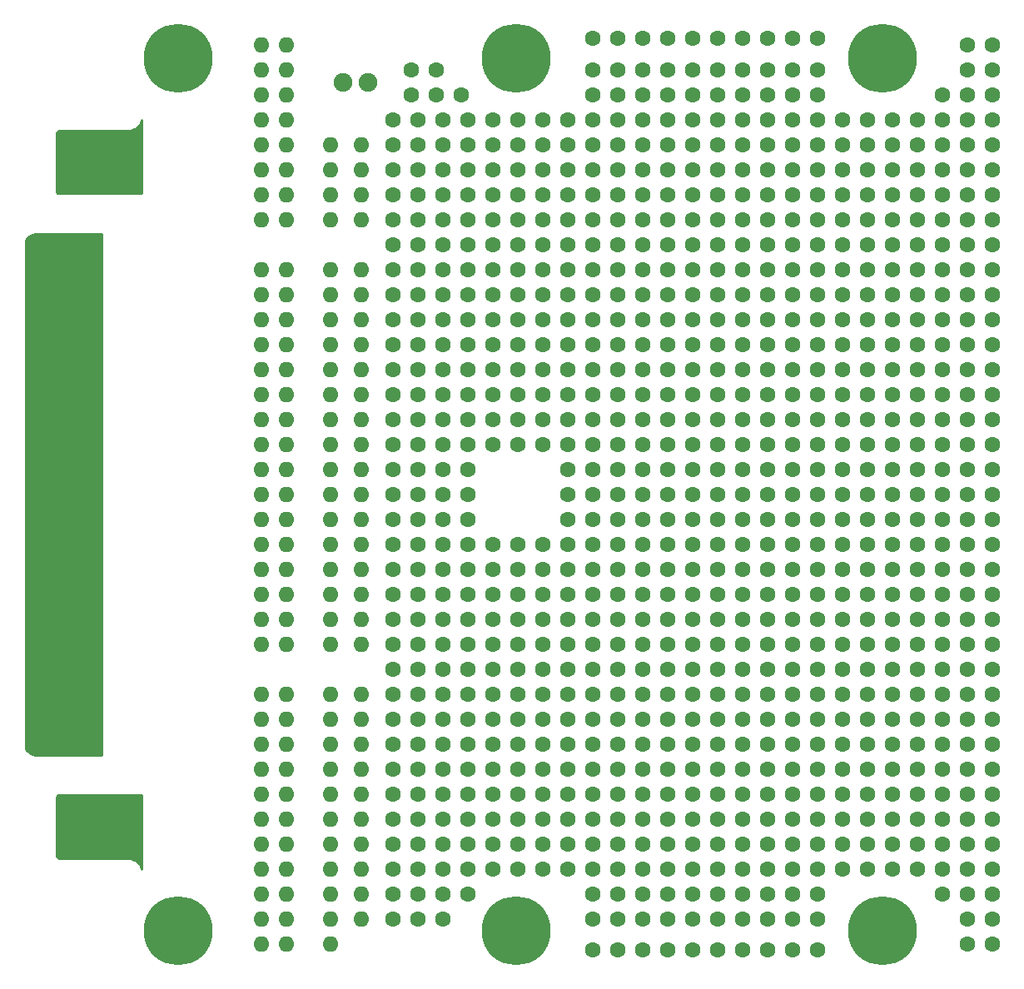
<source format=gts>
%TF.GenerationSoftware,KiCad,Pcbnew,(5.1.9)-1*%
%TF.CreationDate,2021-02-21T18:50:27+08:00*%
%TF.ProjectId,CoCoProtoBoard,436f436f-5072-46f7-946f-426f6172642e,rev?*%
%TF.SameCoordinates,Original*%
%TF.FileFunction,Soldermask,Top*%
%TF.FilePolarity,Negative*%
%FSLAX46Y46*%
G04 Gerber Fmt 4.6, Leading zero omitted, Abs format (unit mm)*
G04 Created by KiCad (PCBNEW (5.1.9)-1) date 2021-02-21 18:50:27*
%MOMM*%
%LPD*%
G01*
G04 APERTURE LIST*
%ADD10C,1.600000*%
%ADD11O,1.600000X1.600000*%
%ADD12C,1.900000*%
%ADD13R,6.350000X1.270000*%
%ADD14C,7.000000*%
%ADD15C,0.254000*%
%ADD16C,0.100000*%
G04 APERTURE END LIST*
D10*
%TO.C,REF\u002A\u002A*%
X149225000Y-150495000D03*
%TD*%
%TO.C,REF\u002A\u002A*%
X151765000Y-150495000D03*
%TD*%
%TO.C,REF\u002A\u002A*%
X154305000Y-150495000D03*
%TD*%
%TO.C,REF\u002A\u002A*%
X156845000Y-150495000D03*
%TD*%
%TO.C,REF\u002A\u002A*%
X161925000Y-150495000D03*
%TD*%
%TO.C,REF\u002A\u002A*%
X159385000Y-150495000D03*
%TD*%
%TO.C,REF\u002A\u002A*%
X164465000Y-150495000D03*
%TD*%
%TO.C,REF\u002A\u002A*%
X167005000Y-150495000D03*
%TD*%
D11*
%TO.C,P10*%
X125730000Y-134620000D03*
X122555000Y-134620000D03*
X122555000Y-137160000D03*
X125730000Y-137160000D03*
X125730000Y-142240000D03*
X122555000Y-142240000D03*
X122555000Y-139700000D03*
X125730000Y-139700000D03*
X125730000Y-129540000D03*
X122555000Y-129540000D03*
X122555000Y-132080000D03*
X125730000Y-132080000D03*
X125730000Y-127000000D03*
X122555000Y-127000000D03*
X122555000Y-124460000D03*
X125730000Y-124460000D03*
X125730000Y-144780000D03*
X122555000Y-144780000D03*
X122555000Y-147320000D03*
X125730000Y-147320000D03*
X122555000Y-149860000D03*
X125730000Y-111760000D03*
X122555000Y-111760000D03*
X122555000Y-114300000D03*
X125730000Y-114300000D03*
X125730000Y-119380000D03*
X122555000Y-119380000D03*
X122555000Y-116840000D03*
X125730000Y-116840000D03*
X125730000Y-106680000D03*
X122555000Y-106680000D03*
X122555000Y-109220000D03*
X125730000Y-109220000D03*
X125730000Y-104140000D03*
X122555000Y-104140000D03*
X122555000Y-101600000D03*
X125730000Y-101600000D03*
X125730000Y-81280000D03*
X122555000Y-81280000D03*
X122555000Y-83820000D03*
X125730000Y-83820000D03*
X125730000Y-88900000D03*
X122555000Y-88900000D03*
X122555000Y-86360000D03*
X125730000Y-86360000D03*
X125730000Y-96520000D03*
X122555000Y-96520000D03*
X122555000Y-99060000D03*
X125730000Y-99060000D03*
X125730000Y-93980000D03*
X122555000Y-93980000D03*
X122555000Y-91440000D03*
X125730000Y-91440000D03*
X122555000Y-76200000D03*
X122555000Y-68580000D03*
X122555000Y-73660000D03*
X125730000Y-68580000D03*
X122555000Y-71120000D03*
X125730000Y-76200000D03*
X125730000Y-73660000D03*
X125730000Y-71120000D03*
%TD*%
D10*
%TO.C,REF\u002A\u002A*%
X128905000Y-78740000D03*
%TD*%
D12*
%TO.C,C1*%
X123865000Y-62230000D03*
X126365000Y-62230000D03*
%TD*%
D10*
%TO.C,REF\u002A\u002A*%
X128905000Y-119380000D03*
%TD*%
%TO.C,REF\u002A\u002A*%
X128905000Y-116840000D03*
%TD*%
%TO.C,REF\u002A\u002A*%
X128905000Y-114300000D03*
%TD*%
%TO.C,REF\u002A\u002A*%
X128905000Y-121920000D03*
%TD*%
%TO.C,REF\u002A\u002A*%
X128905000Y-76200000D03*
%TD*%
%TO.C,REF\u002A\u002A*%
X128905000Y-91440000D03*
%TD*%
%TO.C,REF\u002A\u002A*%
X128905000Y-73660000D03*
%TD*%
%TO.C,REF\u002A\u002A*%
X128905000Y-83820000D03*
%TD*%
%TO.C,REF\u002A\u002A*%
X128905000Y-71120000D03*
%TD*%
%TO.C,REF\u002A\u002A*%
X128905000Y-96520000D03*
%TD*%
%TO.C,REF\u002A\u002A*%
X128905000Y-99060000D03*
%TD*%
%TO.C,REF\u002A\u002A*%
X128905000Y-93980000D03*
%TD*%
%TO.C,REF\u002A\u002A*%
X128905000Y-132080000D03*
%TD*%
%TO.C,REF\u002A\u002A*%
X128905000Y-129540000D03*
%TD*%
%TO.C,REF\u002A\u002A*%
X128905000Y-127000000D03*
%TD*%
%TO.C,REF\u002A\u002A*%
X128905000Y-124460000D03*
%TD*%
%TO.C,REF\u002A\u002A*%
X128905000Y-88900000D03*
%TD*%
%TO.C,REF\u002A\u002A*%
X128905000Y-86360000D03*
%TD*%
%TO.C,REF\u002A\u002A*%
X128905000Y-66040000D03*
%TD*%
%TO.C,REF\u002A\u002A*%
X128905000Y-134620000D03*
%TD*%
%TO.C,REF\u002A\u002A*%
X128905000Y-142240000D03*
%TD*%
%TO.C,REF\u002A\u002A*%
X128905000Y-147320000D03*
%TD*%
%TO.C,REF\u002A\u002A*%
X128905000Y-139700000D03*
%TD*%
%TO.C,REF\u002A\u002A*%
X128905000Y-137160000D03*
%TD*%
%TO.C,REF\u002A\u002A*%
X128905000Y-144780000D03*
%TD*%
%TO.C,REF\u002A\u002A*%
X128905000Y-68580000D03*
%TD*%
%TO.C,REF\u002A\u002A*%
X128905000Y-111760000D03*
%TD*%
%TO.C,REF\u002A\u002A*%
X128905000Y-109220000D03*
%TD*%
%TO.C,REF\u002A\u002A*%
X128905000Y-106680000D03*
%TD*%
%TO.C,REF\u002A\u002A*%
X128905000Y-101600000D03*
%TD*%
%TO.C,REF\u002A\u002A*%
X128905000Y-104140000D03*
%TD*%
%TO.C,REF\u002A\u002A*%
X128905000Y-81280000D03*
%TD*%
D13*
%TO.C,P1*%
X95250000Y-80010000D03*
X95250000Y-82550000D03*
X95250000Y-85090000D03*
X95250000Y-87630000D03*
X95250000Y-90170000D03*
X95250000Y-92710000D03*
X95250000Y-95250000D03*
X95250000Y-97790000D03*
X95250000Y-100330000D03*
X95250000Y-102870000D03*
X95250000Y-105410000D03*
X95250000Y-107950000D03*
X95250000Y-110490000D03*
X95250000Y-113030000D03*
X95250000Y-115570000D03*
X95250000Y-118110000D03*
X95250000Y-120650000D03*
X95250000Y-123190000D03*
X95250000Y-125730000D03*
X95250000Y-128270000D03*
%TD*%
D10*
%TO.C,REF\u002A\u002A*%
X169545000Y-150495000D03*
%TD*%
%TO.C,REF\u002A\u002A*%
X172085000Y-150495000D03*
%TD*%
%TO.C,REF\u002A\u002A*%
X187325000Y-149860000D03*
%TD*%
%TO.C,REF\u002A\u002A*%
X189865000Y-149860000D03*
%TD*%
%TO.C,REF\u002A\u002A*%
X187325000Y-58420000D03*
%TD*%
%TO.C,REF\u002A\u002A*%
X189865000Y-58420000D03*
%TD*%
%TO.C,REF\u002A\u002A*%
X167005000Y-57785000D03*
%TD*%
%TO.C,REF\u002A\u002A*%
X169545000Y-57785000D03*
%TD*%
%TO.C,REF\u002A\u002A*%
X172085000Y-57785000D03*
%TD*%
%TO.C,REF\u002A\u002A*%
X159385000Y-57785000D03*
%TD*%
%TO.C,REF\u002A\u002A*%
X164465000Y-57785000D03*
%TD*%
%TO.C,REF\u002A\u002A*%
X161925000Y-57785000D03*
%TD*%
%TO.C,REF\u002A\u002A*%
X156845000Y-57785000D03*
%TD*%
%TO.C,REF\u002A\u002A*%
X156845000Y-57785000D03*
%TD*%
%TO.C,REF\u002A\u002A*%
X154305000Y-57785000D03*
%TD*%
%TO.C,REF\u002A\u002A*%
X151765000Y-57785000D03*
%TD*%
%TO.C,REF\u002A\u002A*%
X149225000Y-57785000D03*
%TD*%
%TO.C,REF\u002A\u002A*%
X187325000Y-60960000D03*
%TD*%
%TO.C,REF\u002A\u002A*%
X189865000Y-63500000D03*
%TD*%
%TO.C,REF\u002A\u002A*%
X189865000Y-66040000D03*
%TD*%
%TO.C,REF\u002A\u002A*%
X189865000Y-60960000D03*
%TD*%
%TO.C,REF\u002A\u002A*%
X184785000Y-63500000D03*
%TD*%
%TO.C,REF\u002A\u002A*%
X187325000Y-63500000D03*
%TD*%
%TO.C,REF\u002A\u002A*%
X164465000Y-60960000D03*
%TD*%
%TO.C,REF\u002A\u002A*%
X161925000Y-63500000D03*
%TD*%
%TO.C,REF\u002A\u002A*%
X169545000Y-60960000D03*
%TD*%
%TO.C,REF\u002A\u002A*%
X167005000Y-60960000D03*
%TD*%
%TO.C,REF\u002A\u002A*%
X172085000Y-60960000D03*
%TD*%
%TO.C,REF\u002A\u002A*%
X169545000Y-63500000D03*
%TD*%
%TO.C,REF\u002A\u002A*%
X161925000Y-60960000D03*
%TD*%
%TO.C,REF\u002A\u002A*%
X164465000Y-63500000D03*
%TD*%
%TO.C,REF\u002A\u002A*%
X172085000Y-63500000D03*
%TD*%
%TO.C,REF\u002A\u002A*%
X167005000Y-63500000D03*
%TD*%
%TO.C,REF\u002A\u002A*%
X159385000Y-60960000D03*
%TD*%
%TO.C,REF\u002A\u002A*%
X154305000Y-60960000D03*
%TD*%
%TO.C,REF\u002A\u002A*%
X156845000Y-60960000D03*
%TD*%
%TO.C,REF\u002A\u002A*%
X159385000Y-63500000D03*
%TD*%
%TO.C,REF\u002A\u002A*%
X156845000Y-63500000D03*
%TD*%
%TO.C,REF\u002A\u002A*%
X154305000Y-63500000D03*
%TD*%
%TO.C,REF\u002A\u002A*%
X151765000Y-63500000D03*
%TD*%
%TO.C,REF\u002A\u002A*%
X151765000Y-60960000D03*
%TD*%
%TO.C,REF\u002A\u002A*%
X149225000Y-63500000D03*
%TD*%
%TO.C,REF\u002A\u002A*%
X149225000Y-60960000D03*
%TD*%
%TO.C,REF\u002A\u002A*%
X133350000Y-60960000D03*
%TD*%
%TO.C,REF\u002A\u002A*%
X130810000Y-60960000D03*
%TD*%
%TO.C,REF\u002A\u002A*%
X130810000Y-63500000D03*
%TD*%
%TO.C,REF\u002A\u002A*%
X135890000Y-63500000D03*
%TD*%
%TO.C,REF\u002A\u002A*%
X133350000Y-63500000D03*
%TD*%
%TO.C,REF\u002A\u002A*%
X184785000Y-66040000D03*
%TD*%
%TO.C,REF\u002A\u002A*%
X167005000Y-66040000D03*
%TD*%
%TO.C,REF\u002A\u002A*%
X172085000Y-66040000D03*
%TD*%
%TO.C,REF\u002A\u002A*%
X187325000Y-66040000D03*
%TD*%
%TO.C,REF\u002A\u002A*%
X139065000Y-66040000D03*
%TD*%
%TO.C,REF\u002A\u002A*%
X161925000Y-66040000D03*
%TD*%
%TO.C,REF\u002A\u002A*%
X169545000Y-66040000D03*
%TD*%
%TO.C,REF\u002A\u002A*%
X177165000Y-66040000D03*
%TD*%
%TO.C,REF\u002A\u002A*%
X136525000Y-66040000D03*
%TD*%
%TO.C,REF\u002A\u002A*%
X156845000Y-66040000D03*
%TD*%
%TO.C,REF\u002A\u002A*%
X131445000Y-66040000D03*
%TD*%
%TO.C,REF\u002A\u002A*%
X179705000Y-66040000D03*
%TD*%
%TO.C,REF\u002A\u002A*%
X182245000Y-66040000D03*
%TD*%
%TO.C,REF\u002A\u002A*%
X174625000Y-66040000D03*
%TD*%
%TO.C,REF\u002A\u002A*%
X133985000Y-66040000D03*
%TD*%
%TO.C,REF\u002A\u002A*%
X144145000Y-66040000D03*
%TD*%
%TO.C,REF\u002A\u002A*%
X141605000Y-66040000D03*
%TD*%
%TO.C,REF\u002A\u002A*%
X151765000Y-66040000D03*
%TD*%
%TO.C,REF\u002A\u002A*%
X146685000Y-66040000D03*
%TD*%
%TO.C,REF\u002A\u002A*%
X149225000Y-66040000D03*
%TD*%
%TO.C,REF\u002A\u002A*%
X164465000Y-66040000D03*
%TD*%
%TO.C,REF\u002A\u002A*%
X154305000Y-66040000D03*
%TD*%
%TO.C,REF\u002A\u002A*%
X159385000Y-66040000D03*
%TD*%
%TO.C,REF\u002A\u002A*%
X179705000Y-86360000D03*
%TD*%
%TO.C,REF\u002A\u002A*%
X144145000Y-86360000D03*
%TD*%
%TO.C,REF\u002A\u002A*%
X131445000Y-86360000D03*
%TD*%
%TO.C,REF\u002A\u002A*%
X182245000Y-86360000D03*
%TD*%
%TO.C,REF\u002A\u002A*%
X156845000Y-86360000D03*
%TD*%
%TO.C,REF\u002A\u002A*%
X141605000Y-86360000D03*
%TD*%
%TO.C,REF\u002A\u002A*%
X177165000Y-86360000D03*
%TD*%
%TO.C,REF\u002A\u002A*%
X174625000Y-86360000D03*
%TD*%
%TO.C,REF\u002A\u002A*%
X189865000Y-86360000D03*
%TD*%
%TO.C,REF\u002A\u002A*%
X159385000Y-86360000D03*
%TD*%
%TO.C,REF\u002A\u002A*%
X164465000Y-86360000D03*
%TD*%
%TO.C,REF\u002A\u002A*%
X161925000Y-86360000D03*
%TD*%
%TO.C,REF\u002A\u002A*%
X146685000Y-86360000D03*
%TD*%
%TO.C,REF\u002A\u002A*%
X133985000Y-86360000D03*
%TD*%
%TO.C,REF\u002A\u002A*%
X167005000Y-86360000D03*
%TD*%
%TO.C,REF\u002A\u002A*%
X184785000Y-86360000D03*
%TD*%
%TO.C,REF\u002A\u002A*%
X177165000Y-88900000D03*
%TD*%
%TO.C,REF\u002A\u002A*%
X164465000Y-88900000D03*
%TD*%
%TO.C,REF\u002A\u002A*%
X172085000Y-88900000D03*
%TD*%
%TO.C,REF\u002A\u002A*%
X144145000Y-88900000D03*
%TD*%
%TO.C,REF\u002A\u002A*%
X161925000Y-88900000D03*
%TD*%
%TO.C,REF\u002A\u002A*%
X174625000Y-88900000D03*
%TD*%
%TO.C,REF\u002A\u002A*%
X133985000Y-96520000D03*
%TD*%
%TO.C,REF\u002A\u002A*%
X172085000Y-86360000D03*
%TD*%
%TO.C,REF\u002A\u002A*%
X154305000Y-86360000D03*
%TD*%
%TO.C,REF\u002A\u002A*%
X182245000Y-88900000D03*
%TD*%
%TO.C,REF\u002A\u002A*%
X149225000Y-86360000D03*
%TD*%
%TO.C,REF\u002A\u002A*%
X156845000Y-88900000D03*
%TD*%
%TO.C,REF\u002A\u002A*%
X169545000Y-86360000D03*
%TD*%
%TO.C,REF\u002A\u002A*%
X136525000Y-86360000D03*
%TD*%
%TO.C,REF\u002A\u002A*%
X139065000Y-86360000D03*
%TD*%
%TO.C,REF\u002A\u002A*%
X141605000Y-88900000D03*
%TD*%
%TO.C,REF\u002A\u002A*%
X189865000Y-88900000D03*
%TD*%
%TO.C,REF\u002A\u002A*%
X146685000Y-88900000D03*
%TD*%
%TO.C,REF\u002A\u002A*%
X159385000Y-88900000D03*
%TD*%
%TO.C,REF\u002A\u002A*%
X133985000Y-88900000D03*
%TD*%
%TO.C,REF\u002A\u002A*%
X179705000Y-88900000D03*
%TD*%
%TO.C,REF\u002A\u002A*%
X167005000Y-88900000D03*
%TD*%
%TO.C,REF\u002A\u002A*%
X154305000Y-88900000D03*
%TD*%
%TO.C,REF\u002A\u002A*%
X131445000Y-88900000D03*
%TD*%
%TO.C,REF\u002A\u002A*%
X133985000Y-93980000D03*
%TD*%
%TO.C,REF\u002A\u002A*%
X187325000Y-88900000D03*
%TD*%
%TO.C,REF\u002A\u002A*%
X184785000Y-88900000D03*
%TD*%
%TO.C,REF\u002A\u002A*%
X169545000Y-88900000D03*
%TD*%
%TO.C,REF\u002A\u002A*%
X149225000Y-88900000D03*
%TD*%
%TO.C,REF\u002A\u002A*%
X136525000Y-88900000D03*
%TD*%
%TO.C,REF\u002A\u002A*%
X133985000Y-99060000D03*
%TD*%
%TO.C,REF\u002A\u002A*%
X151765000Y-88900000D03*
%TD*%
%TO.C,REF\u002A\u002A*%
X187325000Y-86360000D03*
%TD*%
%TO.C,REF\u002A\u002A*%
X151765000Y-86360000D03*
%TD*%
%TO.C,REF\u002A\u002A*%
X139065000Y-88900000D03*
%TD*%
%TO.C,REF\u002A\u002A*%
X172085000Y-68580000D03*
%TD*%
%TO.C,REF\u002A\u002A*%
X184785000Y-68580000D03*
%TD*%
%TO.C,REF\u002A\u002A*%
X167005000Y-68580000D03*
%TD*%
%TO.C,REF\u002A\u002A*%
X187325000Y-68580000D03*
%TD*%
%TO.C,REF\u002A\u002A*%
X139065000Y-68580000D03*
%TD*%
%TO.C,REF\u002A\u002A*%
X161925000Y-68580000D03*
%TD*%
%TO.C,REF\u002A\u002A*%
X169545000Y-68580000D03*
%TD*%
%TO.C,REF\u002A\u002A*%
X189865000Y-68580000D03*
%TD*%
%TO.C,REF\u002A\u002A*%
X177165000Y-68580000D03*
%TD*%
%TO.C,REF\u002A\u002A*%
X136525000Y-68580000D03*
%TD*%
%TO.C,REF\u002A\u002A*%
X156845000Y-68580000D03*
%TD*%
%TO.C,REF\u002A\u002A*%
X184785000Y-96520000D03*
%TD*%
%TO.C,REF\u002A\u002A*%
X131445000Y-68580000D03*
%TD*%
%TO.C,REF\u002A\u002A*%
X179705000Y-93980000D03*
%TD*%
%TO.C,REF\u002A\u002A*%
X174625000Y-93980000D03*
%TD*%
%TO.C,REF\u002A\u002A*%
X182245000Y-96520000D03*
%TD*%
%TO.C,REF\u002A\u002A*%
X164465000Y-68580000D03*
%TD*%
%TO.C,REF\u002A\u002A*%
X179705000Y-68580000D03*
%TD*%
%TO.C,REF\u002A\u002A*%
X154305000Y-68580000D03*
%TD*%
%TO.C,REF\u002A\u002A*%
X184785000Y-99060000D03*
%TD*%
%TO.C,REF\u002A\u002A*%
X182245000Y-68580000D03*
%TD*%
%TO.C,REF\u002A\u002A*%
X177165000Y-99060000D03*
%TD*%
%TO.C,REF\u002A\u002A*%
X179705000Y-96520000D03*
%TD*%
%TO.C,REF\u002A\u002A*%
X174625000Y-68580000D03*
%TD*%
%TO.C,REF\u002A\u002A*%
X159385000Y-68580000D03*
%TD*%
%TO.C,REF\u002A\u002A*%
X133985000Y-68580000D03*
%TD*%
%TO.C,REF\u002A\u002A*%
X179705000Y-99060000D03*
%TD*%
%TO.C,REF\u002A\u002A*%
X177165000Y-93980000D03*
%TD*%
%TO.C,REF\u002A\u002A*%
X144145000Y-68580000D03*
%TD*%
%TO.C,REF\u002A\u002A*%
X141605000Y-68580000D03*
%TD*%
%TO.C,REF\u002A\u002A*%
X174625000Y-99060000D03*
%TD*%
%TO.C,REF\u002A\u002A*%
X146685000Y-68580000D03*
%TD*%
%TO.C,REF\u002A\u002A*%
X151765000Y-68580000D03*
%TD*%
%TO.C,REF\u002A\u002A*%
X149225000Y-68580000D03*
%TD*%
%TO.C,REF\u002A\u002A*%
X182245000Y-93980000D03*
%TD*%
%TO.C,REF\u002A\u002A*%
X167005000Y-93980000D03*
%TD*%
%TO.C,REF\u002A\u002A*%
X164465000Y-99060000D03*
%TD*%
%TO.C,REF\u002A\u002A*%
X177165000Y-96520000D03*
%TD*%
%TO.C,REF\u002A\u002A*%
X164465000Y-93980000D03*
%TD*%
%TO.C,REF\u002A\u002A*%
X182245000Y-99060000D03*
%TD*%
%TO.C,REF\u002A\u002A*%
X169545000Y-99060000D03*
%TD*%
%TO.C,REF\u002A\u002A*%
X167005000Y-99060000D03*
%TD*%
%TO.C,REF\u002A\u002A*%
X184785000Y-93980000D03*
%TD*%
%TO.C,REF\u002A\u002A*%
X172085000Y-99060000D03*
%TD*%
%TO.C,REF\u002A\u002A*%
X172085000Y-96520000D03*
%TD*%
%TO.C,REF\u002A\u002A*%
X167005000Y-96520000D03*
%TD*%
%TO.C,REF\u002A\u002A*%
X164465000Y-96520000D03*
%TD*%
%TO.C,REF\u002A\u002A*%
X161925000Y-93980000D03*
%TD*%
%TO.C,REF\u002A\u002A*%
X169545000Y-96520000D03*
%TD*%
%TO.C,REF\u002A\u002A*%
X161925000Y-99060000D03*
%TD*%
%TO.C,REF\u002A\u002A*%
X169545000Y-93980000D03*
%TD*%
%TO.C,REF\u002A\u002A*%
X161925000Y-96520000D03*
%TD*%
%TO.C,REF\u002A\u002A*%
X174625000Y-96520000D03*
%TD*%
%TO.C,REF\u002A\u002A*%
X172085000Y-93980000D03*
%TD*%
%TO.C,REF\u002A\u002A*%
X151765000Y-93980000D03*
%TD*%
%TO.C,REF\u002A\u002A*%
X159385000Y-99060000D03*
%TD*%
%TO.C,REF\u002A\u002A*%
X159385000Y-93980000D03*
%TD*%
%TO.C,REF\u002A\u002A*%
X159385000Y-96520000D03*
%TD*%
%TO.C,REF\u002A\u002A*%
X154305000Y-99060000D03*
%TD*%
%TO.C,REF\u002A\u002A*%
X151765000Y-96520000D03*
%TD*%
%TO.C,REF\u002A\u002A*%
X156845000Y-99060000D03*
%TD*%
%TO.C,REF\u002A\u002A*%
X156845000Y-93980000D03*
%TD*%
%TO.C,REF\u002A\u002A*%
X156845000Y-96520000D03*
%TD*%
%TO.C,REF\u002A\u002A*%
X154305000Y-96520000D03*
%TD*%
%TO.C,REF\u002A\u002A*%
X154305000Y-93980000D03*
%TD*%
%TO.C,REF\u002A\u002A*%
X151765000Y-99060000D03*
%TD*%
%TO.C,REF\u002A\u002A*%
X149225000Y-96520000D03*
%TD*%
%TO.C,REF\u002A\u002A*%
X144145000Y-99060000D03*
%TD*%
%TO.C,REF\u002A\u002A*%
X139065000Y-96520000D03*
%TD*%
%TO.C,REF\u002A\u002A*%
X141605000Y-96520000D03*
%TD*%
%TO.C,REF\u002A\u002A*%
X139065000Y-93980000D03*
%TD*%
%TO.C,REF\u002A\u002A*%
X136525000Y-93980000D03*
%TD*%
%TO.C,REF\u002A\u002A*%
X146685000Y-99060000D03*
%TD*%
%TO.C,REF\u002A\u002A*%
X144145000Y-96520000D03*
%TD*%
%TO.C,REF\u002A\u002A*%
X149225000Y-99060000D03*
%TD*%
%TO.C,REF\u002A\u002A*%
X149225000Y-93980000D03*
%TD*%
%TO.C,REF\u002A\u002A*%
X141605000Y-99060000D03*
%TD*%
%TO.C,REF\u002A\u002A*%
X141605000Y-93980000D03*
%TD*%
%TO.C,REF\u002A\u002A*%
X136525000Y-96520000D03*
%TD*%
%TO.C,REF\u002A\u002A*%
X146685000Y-96520000D03*
%TD*%
%TO.C,REF\u002A\u002A*%
X144145000Y-93980000D03*
%TD*%
%TO.C,REF\u002A\u002A*%
X146685000Y-93980000D03*
%TD*%
%TO.C,REF\u002A\u002A*%
X136525000Y-99060000D03*
%TD*%
%TO.C,REF\u002A\u002A*%
X139065000Y-99060000D03*
%TD*%
%TO.C,REF\u002A\u002A*%
X169545000Y-76200000D03*
%TD*%
%TO.C,REF\u002A\u002A*%
X151765000Y-76200000D03*
%TD*%
%TO.C,REF\u002A\u002A*%
X136525000Y-76200000D03*
%TD*%
%TO.C,REF\u002A\u002A*%
X139065000Y-76200000D03*
%TD*%
%TO.C,REF\u002A\u002A*%
X159385000Y-76200000D03*
%TD*%
%TO.C,REF\u002A\u002A*%
X177165000Y-76200000D03*
%TD*%
%TO.C,REF\u002A\u002A*%
X161925000Y-76200000D03*
%TD*%
%TO.C,REF\u002A\u002A*%
X144145000Y-76200000D03*
%TD*%
%TO.C,REF\u002A\u002A*%
X182245000Y-76200000D03*
%TD*%
%TO.C,REF\u002A\u002A*%
X189865000Y-76200000D03*
%TD*%
%TO.C,REF\u002A\u002A*%
X184785000Y-76200000D03*
%TD*%
%TO.C,REF\u002A\u002A*%
X172085000Y-73660000D03*
%TD*%
%TO.C,REF\u002A\u002A*%
X187325000Y-76200000D03*
%TD*%
%TO.C,REF\u002A\u002A*%
X164465000Y-76200000D03*
%TD*%
%TO.C,REF\u002A\u002A*%
X179705000Y-76200000D03*
%TD*%
%TO.C,REF\u002A\u002A*%
X149225000Y-76200000D03*
%TD*%
%TO.C,REF\u002A\u002A*%
X141605000Y-76200000D03*
%TD*%
%TO.C,REF\u002A\u002A*%
X146685000Y-76200000D03*
%TD*%
%TO.C,REF\u002A\u002A*%
X167005000Y-76200000D03*
%TD*%
%TO.C,REF\u002A\u002A*%
X131445000Y-76200000D03*
%TD*%
%TO.C,REF\u002A\u002A*%
X174625000Y-76200000D03*
%TD*%
%TO.C,REF\u002A\u002A*%
X154305000Y-76200000D03*
%TD*%
%TO.C,REF\u002A\u002A*%
X179705000Y-78740000D03*
%TD*%
%TO.C,REF\u002A\u002A*%
X149225000Y-78740000D03*
%TD*%
%TO.C,REF\u002A\u002A*%
X141605000Y-78740000D03*
%TD*%
%TO.C,REF\u002A\u002A*%
X146685000Y-78740000D03*
%TD*%
%TO.C,REF\u002A\u002A*%
X131445000Y-78740000D03*
%TD*%
%TO.C,REF\u002A\u002A*%
X164465000Y-78740000D03*
%TD*%
%TO.C,REF\u002A\u002A*%
X187325000Y-78740000D03*
%TD*%
%TO.C,REF\u002A\u002A*%
X177165000Y-78740000D03*
%TD*%
%TO.C,REF\u002A\u002A*%
X169545000Y-78740000D03*
%TD*%
%TO.C,REF\u002A\u002A*%
X144145000Y-78740000D03*
%TD*%
%TO.C,REF\u002A\u002A*%
X182245000Y-78740000D03*
%TD*%
%TO.C,REF\u002A\u002A*%
X174625000Y-78740000D03*
%TD*%
%TO.C,REF\u002A\u002A*%
X184785000Y-78740000D03*
%TD*%
%TO.C,REF\u002A\u002A*%
X156845000Y-76200000D03*
%TD*%
%TO.C,REF\u002A\u002A*%
X133985000Y-76200000D03*
%TD*%
%TO.C,REF\u002A\u002A*%
X172085000Y-76200000D03*
%TD*%
%TO.C,REF\u002A\u002A*%
X167005000Y-78740000D03*
%TD*%
%TO.C,REF\u002A\u002A*%
X189865000Y-78740000D03*
%TD*%
%TO.C,REF\u002A\u002A*%
X159385000Y-78740000D03*
%TD*%
%TO.C,REF\u002A\u002A*%
X136525000Y-78740000D03*
%TD*%
%TO.C,REF\u002A\u002A*%
X151765000Y-78740000D03*
%TD*%
%TO.C,REF\u002A\u002A*%
X139065000Y-78740000D03*
%TD*%
%TO.C,REF\u002A\u002A*%
X154305000Y-78740000D03*
%TD*%
%TO.C,REF\u002A\u002A*%
X161925000Y-78740000D03*
%TD*%
%TO.C,REF\u002A\u002A*%
X156845000Y-78740000D03*
%TD*%
%TO.C,REF\u002A\u002A*%
X149225000Y-81280000D03*
%TD*%
%TO.C,REF\u002A\u002A*%
X133985000Y-78740000D03*
%TD*%
%TO.C,REF\u002A\u002A*%
X164465000Y-81280000D03*
%TD*%
%TO.C,REF\u002A\u002A*%
X182245000Y-81280000D03*
%TD*%
%TO.C,REF\u002A\u002A*%
X159385000Y-81280000D03*
%TD*%
%TO.C,REF\u002A\u002A*%
X154305000Y-81280000D03*
%TD*%
%TO.C,REF\u002A\u002A*%
X164465000Y-83820000D03*
%TD*%
%TO.C,REF\u002A\u002A*%
X177165000Y-83820000D03*
%TD*%
%TO.C,REF\u002A\u002A*%
X187325000Y-81280000D03*
%TD*%
%TO.C,REF\u002A\u002A*%
X144145000Y-83820000D03*
%TD*%
%TO.C,REF\u002A\u002A*%
X156845000Y-83820000D03*
%TD*%
%TO.C,REF\u002A\u002A*%
X189865000Y-81280000D03*
%TD*%
%TO.C,REF\u002A\u002A*%
X177165000Y-81280000D03*
%TD*%
%TO.C,REF\u002A\u002A*%
X136525000Y-81280000D03*
%TD*%
%TO.C,REF\u002A\u002A*%
X156845000Y-81280000D03*
%TD*%
%TO.C,REF\u002A\u002A*%
X144145000Y-81280000D03*
%TD*%
%TO.C,REF\u002A\u002A*%
X146685000Y-81280000D03*
%TD*%
%TO.C,REF\u002A\u002A*%
X161925000Y-81280000D03*
%TD*%
%TO.C,REF\u002A\u002A*%
X131445000Y-81280000D03*
%TD*%
%TO.C,REF\u002A\u002A*%
X174625000Y-81280000D03*
%TD*%
%TO.C,REF\u002A\u002A*%
X141605000Y-81280000D03*
%TD*%
%TO.C,REF\u002A\u002A*%
X169545000Y-81280000D03*
%TD*%
%TO.C,REF\u002A\u002A*%
X133985000Y-81280000D03*
%TD*%
%TO.C,REF\u002A\u002A*%
X184785000Y-81280000D03*
%TD*%
%TO.C,REF\u002A\u002A*%
X146685000Y-83820000D03*
%TD*%
%TO.C,REF\u002A\u002A*%
X161925000Y-83820000D03*
%TD*%
%TO.C,REF\u002A\u002A*%
X179705000Y-81280000D03*
%TD*%
%TO.C,REF\u002A\u002A*%
X151765000Y-81280000D03*
%TD*%
%TO.C,REF\u002A\u002A*%
X139065000Y-81280000D03*
%TD*%
%TO.C,REF\u002A\u002A*%
X167005000Y-81280000D03*
%TD*%
%TO.C,REF\u002A\u002A*%
X172085000Y-81280000D03*
%TD*%
%TO.C,REF\u002A\u002A*%
X182245000Y-83820000D03*
%TD*%
%TO.C,REF\u002A\u002A*%
X159385000Y-83820000D03*
%TD*%
%TO.C,REF\u002A\u002A*%
X131445000Y-83820000D03*
%TD*%
%TO.C,REF\u002A\u002A*%
X189865000Y-83820000D03*
%TD*%
%TO.C,REF\u002A\u002A*%
X172085000Y-78740000D03*
%TD*%
%TO.C,REF\u002A\u002A*%
X179705000Y-83820000D03*
%TD*%
%TO.C,REF\u002A\u002A*%
X174625000Y-83820000D03*
%TD*%
%TO.C,REF\u002A\u002A*%
X141605000Y-83820000D03*
%TD*%
%TO.C,REF\u002A\u002A*%
X172085000Y-71120000D03*
%TD*%
%TO.C,REF\u002A\u002A*%
X161925000Y-71120000D03*
%TD*%
%TO.C,REF\u002A\u002A*%
X139065000Y-71120000D03*
%TD*%
%TO.C,REF\u002A\u002A*%
X169545000Y-71120000D03*
%TD*%
%TO.C,REF\u002A\u002A*%
X167005000Y-71120000D03*
%TD*%
%TO.C,REF\u002A\u002A*%
X187325000Y-71120000D03*
%TD*%
%TO.C,REF\u002A\u002A*%
X189865000Y-71120000D03*
%TD*%
%TO.C,REF\u002A\u002A*%
X184785000Y-71120000D03*
%TD*%
%TO.C,REF\u002A\u002A*%
X136525000Y-71120000D03*
%TD*%
%TO.C,REF\u002A\u002A*%
X177165000Y-71120000D03*
%TD*%
%TO.C,REF\u002A\u002A*%
X169545000Y-73660000D03*
%TD*%
%TO.C,REF\u002A\u002A*%
X139065000Y-73660000D03*
%TD*%
%TO.C,REF\u002A\u002A*%
X161925000Y-73660000D03*
%TD*%
%TO.C,REF\u002A\u002A*%
X146685000Y-73660000D03*
%TD*%
%TO.C,REF\u002A\u002A*%
X167005000Y-73660000D03*
%TD*%
%TO.C,REF\u002A\u002A*%
X187325000Y-73660000D03*
%TD*%
%TO.C,REF\u002A\u002A*%
X156845000Y-71120000D03*
%TD*%
%TO.C,REF\u002A\u002A*%
X151765000Y-73660000D03*
%TD*%
%TO.C,REF\u002A\u002A*%
X189865000Y-73660000D03*
%TD*%
%TO.C,REF\u002A\u002A*%
X149225000Y-73660000D03*
%TD*%
%TO.C,REF\u002A\u002A*%
X184785000Y-73660000D03*
%TD*%
%TO.C,REF\u002A\u002A*%
X133985000Y-73660000D03*
%TD*%
%TO.C,REF\u002A\u002A*%
X131445000Y-71120000D03*
%TD*%
%TO.C,REF\u002A\u002A*%
X164465000Y-71120000D03*
%TD*%
%TO.C,REF\u002A\u002A*%
X182245000Y-71120000D03*
%TD*%
%TO.C,REF\u002A\u002A*%
X136525000Y-73660000D03*
%TD*%
%TO.C,REF\u002A\u002A*%
X144145000Y-73660000D03*
%TD*%
%TO.C,REF\u002A\u002A*%
X174625000Y-71120000D03*
%TD*%
%TO.C,REF\u002A\u002A*%
X177165000Y-73660000D03*
%TD*%
%TO.C,REF\u002A\u002A*%
X141605000Y-73660000D03*
%TD*%
%TO.C,REF\u002A\u002A*%
X154305000Y-73660000D03*
%TD*%
%TO.C,REF\u002A\u002A*%
X131445000Y-73660000D03*
%TD*%
%TO.C,REF\u002A\u002A*%
X164465000Y-73660000D03*
%TD*%
%TO.C,REF\u002A\u002A*%
X156845000Y-73660000D03*
%TD*%
%TO.C,REF\u002A\u002A*%
X144145000Y-71120000D03*
%TD*%
%TO.C,REF\u002A\u002A*%
X141605000Y-71120000D03*
%TD*%
%TO.C,REF\u002A\u002A*%
X179705000Y-71120000D03*
%TD*%
%TO.C,REF\u002A\u002A*%
X159385000Y-71120000D03*
%TD*%
%TO.C,REF\u002A\u002A*%
X179705000Y-73660000D03*
%TD*%
%TO.C,REF\u002A\u002A*%
X146685000Y-71120000D03*
%TD*%
%TO.C,REF\u002A\u002A*%
X159385000Y-73660000D03*
%TD*%
%TO.C,REF\u002A\u002A*%
X151765000Y-71120000D03*
%TD*%
%TO.C,REF\u002A\u002A*%
X149225000Y-71120000D03*
%TD*%
%TO.C,REF\u002A\u002A*%
X133985000Y-71120000D03*
%TD*%
%TO.C,REF\u002A\u002A*%
X182245000Y-73660000D03*
%TD*%
%TO.C,REF\u002A\u002A*%
X154305000Y-71120000D03*
%TD*%
%TO.C,REF\u002A\u002A*%
X174625000Y-73660000D03*
%TD*%
%TO.C,REF\u002A\u002A*%
X133985000Y-91440000D03*
%TD*%
%TO.C,REF\u002A\u002A*%
X179705000Y-91440000D03*
%TD*%
%TO.C,REF\u002A\u002A*%
X174625000Y-91440000D03*
%TD*%
%TO.C,REF\u002A\u002A*%
X177165000Y-91440000D03*
%TD*%
%TO.C,REF\u002A\u002A*%
X167005000Y-91440000D03*
%TD*%
%TO.C,REF\u002A\u002A*%
X169545000Y-91440000D03*
%TD*%
%TO.C,REF\u002A\u002A*%
X159385000Y-91440000D03*
%TD*%
%TO.C,REF\u002A\u002A*%
X154305000Y-91440000D03*
%TD*%
%TO.C,REF\u002A\u002A*%
X139065000Y-91440000D03*
%TD*%
%TO.C,REF\u002A\u002A*%
X187325000Y-93980000D03*
%TD*%
%TO.C,REF\u002A\u002A*%
X189865000Y-93980000D03*
%TD*%
%TO.C,REF\u002A\u002A*%
X144145000Y-91440000D03*
%TD*%
%TO.C,REF\u002A\u002A*%
X189865000Y-91440000D03*
%TD*%
%TO.C,REF\u002A\u002A*%
X131445000Y-91440000D03*
%TD*%
%TO.C,REF\u002A\u002A*%
X141605000Y-91440000D03*
%TD*%
%TO.C,REF\u002A\u002A*%
X164465000Y-91440000D03*
%TD*%
%TO.C,REF\u002A\u002A*%
X172085000Y-91440000D03*
%TD*%
%TO.C,REF\u002A\u002A*%
X149225000Y-91440000D03*
%TD*%
%TO.C,REF\u002A\u002A*%
X146685000Y-91440000D03*
%TD*%
%TO.C,REF\u002A\u002A*%
X187325000Y-91440000D03*
%TD*%
%TO.C,REF\u002A\u002A*%
X161925000Y-91440000D03*
%TD*%
%TO.C,REF\u002A\u002A*%
X136525000Y-91440000D03*
%TD*%
%TO.C,REF\u002A\u002A*%
X187325000Y-96520000D03*
%TD*%
%TO.C,REF\u002A\u002A*%
X182245000Y-91440000D03*
%TD*%
%TO.C,REF\u002A\u002A*%
X184785000Y-91440000D03*
%TD*%
%TO.C,REF\u002A\u002A*%
X151765000Y-91440000D03*
%TD*%
%TO.C,REF\u002A\u002A*%
X156845000Y-91440000D03*
%TD*%
%TO.C,REF\u002A\u002A*%
X187325000Y-99060000D03*
%TD*%
%TO.C,REF\u002A\u002A*%
X189865000Y-96520000D03*
%TD*%
%TO.C,REF\u002A\u002A*%
X189865000Y-99060000D03*
%TD*%
%TO.C,REF\u002A\u002A*%
X131445000Y-96520000D03*
%TD*%
%TO.C,REF\u002A\u002A*%
X131445000Y-93980000D03*
%TD*%
%TO.C,REF\u002A\u002A*%
X131445000Y-99060000D03*
%TD*%
%TO.C,REF\u002A\u002A*%
X154305000Y-83820000D03*
%TD*%
%TO.C,REF\u002A\u002A*%
X151765000Y-83820000D03*
%TD*%
%TO.C,REF\u002A\u002A*%
X149225000Y-83820000D03*
%TD*%
%TO.C,REF\u002A\u002A*%
X169545000Y-83820000D03*
%TD*%
%TO.C,REF\u002A\u002A*%
X139065000Y-83820000D03*
%TD*%
%TO.C,REF\u002A\u002A*%
X136525000Y-83820000D03*
%TD*%
%TO.C,REF\u002A\u002A*%
X133985000Y-83820000D03*
%TD*%
%TO.C,REF\u002A\u002A*%
X167005000Y-83820000D03*
%TD*%
%TO.C,REF\u002A\u002A*%
X172085000Y-83820000D03*
%TD*%
%TO.C,REF\u002A\u002A*%
X184785000Y-83820000D03*
%TD*%
%TO.C,REF\u002A\u002A*%
X187325000Y-83820000D03*
%TD*%
%TO.C,REF\u002A\u002A*%
X172085000Y-101600000D03*
%TD*%
%TO.C,REF\u002A\u002A*%
X184785000Y-101600000D03*
%TD*%
%TO.C,REF\u002A\u002A*%
X167005000Y-101600000D03*
%TD*%
%TO.C,REF\u002A\u002A*%
X187325000Y-101600000D03*
%TD*%
%TO.C,REF\u002A\u002A*%
X161925000Y-101600000D03*
%TD*%
%TO.C,REF\u002A\u002A*%
X169545000Y-101600000D03*
%TD*%
%TO.C,REF\u002A\u002A*%
X189865000Y-101600000D03*
%TD*%
%TO.C,REF\u002A\u002A*%
X177165000Y-101600000D03*
%TD*%
%TO.C,REF\u002A\u002A*%
X156845000Y-101600000D03*
%TD*%
%TO.C,REF\u002A\u002A*%
X164465000Y-101600000D03*
%TD*%
%TO.C,REF\u002A\u002A*%
X179705000Y-101600000D03*
%TD*%
%TO.C,REF\u002A\u002A*%
X154305000Y-101600000D03*
%TD*%
%TO.C,REF\u002A\u002A*%
X182245000Y-101600000D03*
%TD*%
%TO.C,REF\u002A\u002A*%
X174625000Y-101600000D03*
%TD*%
%TO.C,REF\u002A\u002A*%
X159385000Y-101600000D03*
%TD*%
%TO.C,REF\u002A\u002A*%
X146685000Y-101600000D03*
%TD*%
%TO.C,REF\u002A\u002A*%
X151765000Y-101600000D03*
%TD*%
%TO.C,REF\u002A\u002A*%
X149225000Y-101600000D03*
%TD*%
%TO.C,REF\u002A\u002A*%
X172085000Y-106680000D03*
%TD*%
%TO.C,REF\u002A\u002A*%
X172085000Y-104140000D03*
%TD*%
%TO.C,REF\u002A\u002A*%
X161925000Y-104140000D03*
%TD*%
%TO.C,REF\u002A\u002A*%
X169545000Y-104140000D03*
%TD*%
%TO.C,REF\u002A\u002A*%
X167005000Y-104140000D03*
%TD*%
%TO.C,REF\u002A\u002A*%
X187325000Y-104140000D03*
%TD*%
%TO.C,REF\u002A\u002A*%
X189865000Y-104140000D03*
%TD*%
%TO.C,REF\u002A\u002A*%
X184785000Y-104140000D03*
%TD*%
%TO.C,REF\u002A\u002A*%
X177165000Y-104140000D03*
%TD*%
%TO.C,REF\u002A\u002A*%
X169545000Y-106680000D03*
%TD*%
%TO.C,REF\u002A\u002A*%
X161925000Y-106680000D03*
%TD*%
%TO.C,REF\u002A\u002A*%
X146685000Y-106680000D03*
%TD*%
%TO.C,REF\u002A\u002A*%
X167005000Y-106680000D03*
%TD*%
%TO.C,REF\u002A\u002A*%
X187325000Y-106680000D03*
%TD*%
%TO.C,REF\u002A\u002A*%
X156845000Y-104140000D03*
%TD*%
%TO.C,REF\u002A\u002A*%
X151765000Y-106680000D03*
%TD*%
%TO.C,REF\u002A\u002A*%
X189865000Y-106680000D03*
%TD*%
%TO.C,REF\u002A\u002A*%
X149225000Y-106680000D03*
%TD*%
%TO.C,REF\u002A\u002A*%
X184785000Y-106680000D03*
%TD*%
%TO.C,REF\u002A\u002A*%
X164465000Y-104140000D03*
%TD*%
%TO.C,REF\u002A\u002A*%
X182245000Y-104140000D03*
%TD*%
%TO.C,REF\u002A\u002A*%
X174625000Y-104140000D03*
%TD*%
%TO.C,REF\u002A\u002A*%
X177165000Y-106680000D03*
%TD*%
%TO.C,REF\u002A\u002A*%
X154305000Y-106680000D03*
%TD*%
%TO.C,REF\u002A\u002A*%
X164465000Y-106680000D03*
%TD*%
%TO.C,REF\u002A\u002A*%
X156845000Y-106680000D03*
%TD*%
%TO.C,REF\u002A\u002A*%
X179705000Y-104140000D03*
%TD*%
%TO.C,REF\u002A\u002A*%
X159385000Y-104140000D03*
%TD*%
%TO.C,REF\u002A\u002A*%
X179705000Y-106680000D03*
%TD*%
%TO.C,REF\u002A\u002A*%
X146685000Y-104140000D03*
%TD*%
%TO.C,REF\u002A\u002A*%
X159385000Y-106680000D03*
%TD*%
%TO.C,REF\u002A\u002A*%
X151765000Y-104140000D03*
%TD*%
%TO.C,REF\u002A\u002A*%
X149225000Y-104140000D03*
%TD*%
%TO.C,REF\u002A\u002A*%
X182245000Y-106680000D03*
%TD*%
%TO.C,REF\u002A\u002A*%
X154305000Y-104140000D03*
%TD*%
%TO.C,REF\u002A\u002A*%
X174625000Y-106680000D03*
%TD*%
%TO.C,REF\u002A\u002A*%
X136525000Y-101600000D03*
%TD*%
%TO.C,REF\u002A\u002A*%
X131445000Y-101600000D03*
%TD*%
%TO.C,REF\u002A\u002A*%
X133985000Y-101600000D03*
%TD*%
%TO.C,REF\u002A\u002A*%
X136525000Y-104140000D03*
%TD*%
%TO.C,REF\u002A\u002A*%
X133985000Y-106680000D03*
%TD*%
%TO.C,REF\u002A\u002A*%
X131445000Y-104140000D03*
%TD*%
%TO.C,REF\u002A\u002A*%
X136525000Y-106680000D03*
%TD*%
%TO.C,REF\u002A\u002A*%
X131445000Y-106680000D03*
%TD*%
%TO.C,REF\u002A\u002A*%
X133985000Y-104140000D03*
%TD*%
%TO.C,REF\u002A\u002A*%
X172085000Y-109220000D03*
%TD*%
%TO.C,REF\u002A\u002A*%
X161925000Y-109220000D03*
%TD*%
%TO.C,REF\u002A\u002A*%
X139065000Y-109220000D03*
%TD*%
%TO.C,REF\u002A\u002A*%
X169545000Y-109220000D03*
%TD*%
%TO.C,REF\u002A\u002A*%
X167005000Y-109220000D03*
%TD*%
%TO.C,REF\u002A\u002A*%
X187325000Y-109220000D03*
%TD*%
%TO.C,REF\u002A\u002A*%
X189865000Y-109220000D03*
%TD*%
%TO.C,REF\u002A\u002A*%
X184785000Y-109220000D03*
%TD*%
%TO.C,REF\u002A\u002A*%
X136525000Y-109220000D03*
%TD*%
%TO.C,REF\u002A\u002A*%
X177165000Y-109220000D03*
%TD*%
%TO.C,REF\u002A\u002A*%
X156845000Y-109220000D03*
%TD*%
%TO.C,REF\u002A\u002A*%
X131445000Y-109220000D03*
%TD*%
%TO.C,REF\u002A\u002A*%
X164465000Y-109220000D03*
%TD*%
%TO.C,REF\u002A\u002A*%
X182245000Y-109220000D03*
%TD*%
%TO.C,REF\u002A\u002A*%
X174625000Y-109220000D03*
%TD*%
%TO.C,REF\u002A\u002A*%
X144145000Y-109220000D03*
%TD*%
%TO.C,REF\u002A\u002A*%
X141605000Y-109220000D03*
%TD*%
%TO.C,REF\u002A\u002A*%
X179705000Y-109220000D03*
%TD*%
%TO.C,REF\u002A\u002A*%
X159385000Y-109220000D03*
%TD*%
%TO.C,REF\u002A\u002A*%
X146685000Y-109220000D03*
%TD*%
%TO.C,REF\u002A\u002A*%
X151765000Y-109220000D03*
%TD*%
%TO.C,REF\u002A\u002A*%
X149225000Y-109220000D03*
%TD*%
%TO.C,REF\u002A\u002A*%
X133985000Y-109220000D03*
%TD*%
%TO.C,REF\u002A\u002A*%
X154305000Y-109220000D03*
%TD*%
%TO.C,REF\u002A\u002A*%
X172085000Y-111760000D03*
%TD*%
%TO.C,REF\u002A\u002A*%
X169545000Y-111760000D03*
%TD*%
%TO.C,REF\u002A\u002A*%
X139065000Y-111760000D03*
%TD*%
%TO.C,REF\u002A\u002A*%
X161925000Y-111760000D03*
%TD*%
%TO.C,REF\u002A\u002A*%
X146685000Y-111760000D03*
%TD*%
%TO.C,REF\u002A\u002A*%
X167005000Y-111760000D03*
%TD*%
%TO.C,REF\u002A\u002A*%
X187325000Y-111760000D03*
%TD*%
%TO.C,REF\u002A\u002A*%
X151765000Y-111760000D03*
%TD*%
%TO.C,REF\u002A\u002A*%
X189865000Y-111760000D03*
%TD*%
%TO.C,REF\u002A\u002A*%
X149225000Y-111760000D03*
%TD*%
%TO.C,REF\u002A\u002A*%
X184785000Y-111760000D03*
%TD*%
%TO.C,REF\u002A\u002A*%
X133985000Y-111760000D03*
%TD*%
%TO.C,REF\u002A\u002A*%
X136525000Y-111760000D03*
%TD*%
%TO.C,REF\u002A\u002A*%
X144145000Y-111760000D03*
%TD*%
%TO.C,REF\u002A\u002A*%
X177165000Y-111760000D03*
%TD*%
%TO.C,REF\u002A\u002A*%
X141605000Y-111760000D03*
%TD*%
%TO.C,REF\u002A\u002A*%
X154305000Y-111760000D03*
%TD*%
%TO.C,REF\u002A\u002A*%
X131445000Y-111760000D03*
%TD*%
%TO.C,REF\u002A\u002A*%
X164465000Y-111760000D03*
%TD*%
%TO.C,REF\u002A\u002A*%
X156845000Y-111760000D03*
%TD*%
%TO.C,REF\u002A\u002A*%
X179705000Y-111760000D03*
%TD*%
%TO.C,REF\u002A\u002A*%
X159385000Y-111760000D03*
%TD*%
%TO.C,REF\u002A\u002A*%
X182245000Y-111760000D03*
%TD*%
%TO.C,REF\u002A\u002A*%
X174625000Y-111760000D03*
%TD*%
%TO.C,REF\u002A\u002A*%
X169545000Y-114300000D03*
%TD*%
%TO.C,REF\u002A\u002A*%
X151765000Y-114300000D03*
%TD*%
%TO.C,REF\u002A\u002A*%
X136525000Y-114300000D03*
%TD*%
%TO.C,REF\u002A\u002A*%
X139065000Y-114300000D03*
%TD*%
%TO.C,REF\u002A\u002A*%
X159385000Y-114300000D03*
%TD*%
%TO.C,REF\u002A\u002A*%
X177165000Y-114300000D03*
%TD*%
%TO.C,REF\u002A\u002A*%
X161925000Y-114300000D03*
%TD*%
%TO.C,REF\u002A\u002A*%
X144145000Y-114300000D03*
%TD*%
%TO.C,REF\u002A\u002A*%
X182245000Y-114300000D03*
%TD*%
%TO.C,REF\u002A\u002A*%
X189865000Y-114300000D03*
%TD*%
%TO.C,REF\u002A\u002A*%
X184785000Y-114300000D03*
%TD*%
%TO.C,REF\u002A\u002A*%
X187325000Y-114300000D03*
%TD*%
%TO.C,REF\u002A\u002A*%
X164465000Y-114300000D03*
%TD*%
%TO.C,REF\u002A\u002A*%
X179705000Y-114300000D03*
%TD*%
%TO.C,REF\u002A\u002A*%
X149225000Y-114300000D03*
%TD*%
%TO.C,REF\u002A\u002A*%
X141605000Y-114300000D03*
%TD*%
%TO.C,REF\u002A\u002A*%
X146685000Y-114300000D03*
%TD*%
%TO.C,REF\u002A\u002A*%
X167005000Y-114300000D03*
%TD*%
%TO.C,REF\u002A\u002A*%
X131445000Y-114300000D03*
%TD*%
%TO.C,REF\u002A\u002A*%
X174625000Y-114300000D03*
%TD*%
%TO.C,REF\u002A\u002A*%
X154305000Y-114300000D03*
%TD*%
%TO.C,REF\u002A\u002A*%
X156845000Y-114300000D03*
%TD*%
%TO.C,REF\u002A\u002A*%
X133985000Y-114300000D03*
%TD*%
%TO.C,REF\u002A\u002A*%
X172085000Y-114300000D03*
%TD*%
%TO.C,REF\u002A\u002A*%
X179705000Y-116840000D03*
%TD*%
%TO.C,REF\u002A\u002A*%
X149225000Y-116840000D03*
%TD*%
%TO.C,REF\u002A\u002A*%
X141605000Y-116840000D03*
%TD*%
%TO.C,REF\u002A\u002A*%
X146685000Y-116840000D03*
%TD*%
%TO.C,REF\u002A\u002A*%
X131445000Y-116840000D03*
%TD*%
%TO.C,REF\u002A\u002A*%
X164465000Y-116840000D03*
%TD*%
%TO.C,REF\u002A\u002A*%
X187325000Y-116840000D03*
%TD*%
%TO.C,REF\u002A\u002A*%
X177165000Y-116840000D03*
%TD*%
%TO.C,REF\u002A\u002A*%
X169545000Y-116840000D03*
%TD*%
%TO.C,REF\u002A\u002A*%
X144145000Y-116840000D03*
%TD*%
%TO.C,REF\u002A\u002A*%
X182245000Y-116840000D03*
%TD*%
%TO.C,REF\u002A\u002A*%
X174625000Y-116840000D03*
%TD*%
%TO.C,REF\u002A\u002A*%
X184785000Y-116840000D03*
%TD*%
%TO.C,REF\u002A\u002A*%
X167005000Y-116840000D03*
%TD*%
%TO.C,REF\u002A\u002A*%
X189865000Y-116840000D03*
%TD*%
%TO.C,REF\u002A\u002A*%
X159385000Y-116840000D03*
%TD*%
%TO.C,REF\u002A\u002A*%
X136525000Y-116840000D03*
%TD*%
%TO.C,REF\u002A\u002A*%
X151765000Y-116840000D03*
%TD*%
%TO.C,REF\u002A\u002A*%
X139065000Y-116840000D03*
%TD*%
%TO.C,REF\u002A\u002A*%
X154305000Y-116840000D03*
%TD*%
%TO.C,REF\u002A\u002A*%
X161925000Y-116840000D03*
%TD*%
%TO.C,REF\u002A\u002A*%
X156845000Y-116840000D03*
%TD*%
%TO.C,REF\u002A\u002A*%
X133985000Y-116840000D03*
%TD*%
%TO.C,REF\u002A\u002A*%
X172085000Y-116840000D03*
%TD*%
%TO.C,REF\u002A\u002A*%
X149225000Y-119380000D03*
%TD*%
%TO.C,REF\u002A\u002A*%
X164465000Y-119380000D03*
%TD*%
%TO.C,REF\u002A\u002A*%
X182245000Y-119380000D03*
%TD*%
%TO.C,REF\u002A\u002A*%
X159385000Y-119380000D03*
%TD*%
%TO.C,REF\u002A\u002A*%
X154305000Y-119380000D03*
%TD*%
%TO.C,REF\u002A\u002A*%
X187325000Y-119380000D03*
%TD*%
%TO.C,REF\u002A\u002A*%
X189865000Y-119380000D03*
%TD*%
%TO.C,REF\u002A\u002A*%
X177165000Y-119380000D03*
%TD*%
%TO.C,REF\u002A\u002A*%
X136525000Y-119380000D03*
%TD*%
%TO.C,REF\u002A\u002A*%
X156845000Y-119380000D03*
%TD*%
%TO.C,REF\u002A\u002A*%
X144145000Y-119380000D03*
%TD*%
%TO.C,REF\u002A\u002A*%
X146685000Y-119380000D03*
%TD*%
%TO.C,REF\u002A\u002A*%
X161925000Y-119380000D03*
%TD*%
%TO.C,REF\u002A\u002A*%
X131445000Y-119380000D03*
%TD*%
%TO.C,REF\u002A\u002A*%
X174625000Y-119380000D03*
%TD*%
%TO.C,REF\u002A\u002A*%
X141605000Y-119380000D03*
%TD*%
%TO.C,REF\u002A\u002A*%
X169545000Y-119380000D03*
%TD*%
%TO.C,REF\u002A\u002A*%
X133985000Y-119380000D03*
%TD*%
%TO.C,REF\u002A\u002A*%
X184785000Y-119380000D03*
%TD*%
%TO.C,REF\u002A\u002A*%
X179705000Y-119380000D03*
%TD*%
%TO.C,REF\u002A\u002A*%
X151765000Y-119380000D03*
%TD*%
%TO.C,REF\u002A\u002A*%
X139065000Y-119380000D03*
%TD*%
%TO.C,REF\u002A\u002A*%
X167005000Y-119380000D03*
%TD*%
%TO.C,REF\u002A\u002A*%
X172085000Y-119380000D03*
%TD*%
%TO.C,REF\u002A\u002A*%
X164465000Y-121920000D03*
%TD*%
%TO.C,REF\u002A\u002A*%
X177165000Y-121920000D03*
%TD*%
%TO.C,REF\u002A\u002A*%
X144145000Y-121920000D03*
%TD*%
%TO.C,REF\u002A\u002A*%
X156845000Y-121920000D03*
%TD*%
%TO.C,REF\u002A\u002A*%
X146685000Y-121920000D03*
%TD*%
%TO.C,REF\u002A\u002A*%
X161925000Y-121920000D03*
%TD*%
%TO.C,REF\u002A\u002A*%
X182245000Y-121920000D03*
%TD*%
%TO.C,REF\u002A\u002A*%
X159385000Y-121920000D03*
%TD*%
%TO.C,REF\u002A\u002A*%
X131445000Y-121920000D03*
%TD*%
%TO.C,REF\u002A\u002A*%
X189865000Y-121920000D03*
%TD*%
%TO.C,REF\u002A\u002A*%
X179705000Y-121920000D03*
%TD*%
%TO.C,REF\u002A\u002A*%
X174625000Y-121920000D03*
%TD*%
%TO.C,REF\u002A\u002A*%
X141605000Y-121920000D03*
%TD*%
%TO.C,REF\u002A\u002A*%
X154305000Y-121920000D03*
%TD*%
%TO.C,REF\u002A\u002A*%
X151765000Y-121920000D03*
%TD*%
%TO.C,REF\u002A\u002A*%
X149225000Y-121920000D03*
%TD*%
%TO.C,REF\u002A\u002A*%
X169545000Y-121920000D03*
%TD*%
%TO.C,REF\u002A\u002A*%
X139065000Y-121920000D03*
%TD*%
%TO.C,REF\u002A\u002A*%
X136525000Y-121920000D03*
%TD*%
%TO.C,REF\u002A\u002A*%
X133985000Y-121920000D03*
%TD*%
%TO.C,REF\u002A\u002A*%
X167005000Y-121920000D03*
%TD*%
%TO.C,REF\u002A\u002A*%
X172085000Y-121920000D03*
%TD*%
%TO.C,REF\u002A\u002A*%
X184785000Y-121920000D03*
%TD*%
%TO.C,REF\u002A\u002A*%
X187325000Y-121920000D03*
%TD*%
%TO.C,REF\u002A\u002A*%
X179705000Y-124460000D03*
%TD*%
%TO.C,REF\u002A\u002A*%
X144145000Y-124460000D03*
%TD*%
%TO.C,REF\u002A\u002A*%
X131445000Y-124460000D03*
%TD*%
%TO.C,REF\u002A\u002A*%
X182245000Y-124460000D03*
%TD*%
%TO.C,REF\u002A\u002A*%
X156845000Y-124460000D03*
%TD*%
%TO.C,REF\u002A\u002A*%
X141605000Y-124460000D03*
%TD*%
%TO.C,REF\u002A\u002A*%
X177165000Y-124460000D03*
%TD*%
%TO.C,REF\u002A\u002A*%
X174625000Y-124460000D03*
%TD*%
%TO.C,REF\u002A\u002A*%
X189865000Y-124460000D03*
%TD*%
%TO.C,REF\u002A\u002A*%
X159385000Y-124460000D03*
%TD*%
%TO.C,REF\u002A\u002A*%
X164465000Y-124460000D03*
%TD*%
%TO.C,REF\u002A\u002A*%
X161925000Y-124460000D03*
%TD*%
%TO.C,REF\u002A\u002A*%
X146685000Y-124460000D03*
%TD*%
%TO.C,REF\u002A\u002A*%
X133985000Y-124460000D03*
%TD*%
%TO.C,REF\u002A\u002A*%
X167005000Y-124460000D03*
%TD*%
%TO.C,REF\u002A\u002A*%
X184785000Y-124460000D03*
%TD*%
%TO.C,REF\u002A\u002A*%
X172085000Y-124460000D03*
%TD*%
%TO.C,REF\u002A\u002A*%
X154305000Y-124460000D03*
%TD*%
%TO.C,REF\u002A\u002A*%
X149225000Y-124460000D03*
%TD*%
%TO.C,REF\u002A\u002A*%
X169545000Y-124460000D03*
%TD*%
%TO.C,REF\u002A\u002A*%
X136525000Y-124460000D03*
%TD*%
%TO.C,REF\u002A\u002A*%
X139065000Y-124460000D03*
%TD*%
%TO.C,REF\u002A\u002A*%
X187325000Y-124460000D03*
%TD*%
%TO.C,REF\u002A\u002A*%
X151765000Y-124460000D03*
%TD*%
%TO.C,REF\u002A\u002A*%
X177165000Y-127000000D03*
%TD*%
%TO.C,REF\u002A\u002A*%
X164465000Y-127000000D03*
%TD*%
%TO.C,REF\u002A\u002A*%
X172085000Y-127000000D03*
%TD*%
%TO.C,REF\u002A\u002A*%
X144145000Y-127000000D03*
%TD*%
%TO.C,REF\u002A\u002A*%
X161925000Y-127000000D03*
%TD*%
%TO.C,REF\u002A\u002A*%
X174625000Y-127000000D03*
%TD*%
%TO.C,REF\u002A\u002A*%
X182245000Y-127000000D03*
%TD*%
%TO.C,REF\u002A\u002A*%
X156845000Y-127000000D03*
%TD*%
%TO.C,REF\u002A\u002A*%
X141605000Y-127000000D03*
%TD*%
%TO.C,REF\u002A\u002A*%
X189865000Y-127000000D03*
%TD*%
%TO.C,REF\u002A\u002A*%
X146685000Y-127000000D03*
%TD*%
%TO.C,REF\u002A\u002A*%
X159385000Y-127000000D03*
%TD*%
%TO.C,REF\u002A\u002A*%
X133985000Y-127000000D03*
%TD*%
%TO.C,REF\u002A\u002A*%
X179705000Y-127000000D03*
%TD*%
%TO.C,REF\u002A\u002A*%
X167005000Y-127000000D03*
%TD*%
%TO.C,REF\u002A\u002A*%
X154305000Y-127000000D03*
%TD*%
%TO.C,REF\u002A\u002A*%
X131445000Y-127000000D03*
%TD*%
%TO.C,REF\u002A\u002A*%
X187325000Y-127000000D03*
%TD*%
%TO.C,REF\u002A\u002A*%
X184785000Y-127000000D03*
%TD*%
%TO.C,REF\u002A\u002A*%
X169545000Y-127000000D03*
%TD*%
%TO.C,REF\u002A\u002A*%
X149225000Y-127000000D03*
%TD*%
%TO.C,REF\u002A\u002A*%
X136525000Y-127000000D03*
%TD*%
%TO.C,REF\u002A\u002A*%
X151765000Y-127000000D03*
%TD*%
%TO.C,REF\u002A\u002A*%
X139065000Y-127000000D03*
%TD*%
%TO.C,REF\u002A\u002A*%
X133985000Y-129540000D03*
%TD*%
%TO.C,REF\u002A\u002A*%
X179705000Y-129540000D03*
%TD*%
%TO.C,REF\u002A\u002A*%
X174625000Y-129540000D03*
%TD*%
%TO.C,REF\u002A\u002A*%
X177165000Y-129540000D03*
%TD*%
%TO.C,REF\u002A\u002A*%
X167005000Y-129540000D03*
%TD*%
%TO.C,REF\u002A\u002A*%
X169545000Y-129540000D03*
%TD*%
%TO.C,REF\u002A\u002A*%
X159385000Y-129540000D03*
%TD*%
%TO.C,REF\u002A\u002A*%
X154305000Y-129540000D03*
%TD*%
%TO.C,REF\u002A\u002A*%
X139065000Y-129540000D03*
%TD*%
%TO.C,REF\u002A\u002A*%
X144145000Y-129540000D03*
%TD*%
%TO.C,REF\u002A\u002A*%
X189865000Y-129540000D03*
%TD*%
%TO.C,REF\u002A\u002A*%
X131445000Y-129540000D03*
%TD*%
%TO.C,REF\u002A\u002A*%
X141605000Y-129540000D03*
%TD*%
%TO.C,REF\u002A\u002A*%
X164465000Y-129540000D03*
%TD*%
%TO.C,REF\u002A\u002A*%
X172085000Y-129540000D03*
%TD*%
%TO.C,REF\u002A\u002A*%
X149225000Y-129540000D03*
%TD*%
%TO.C,REF\u002A\u002A*%
X146685000Y-129540000D03*
%TD*%
%TO.C,REF\u002A\u002A*%
X187325000Y-129540000D03*
%TD*%
%TO.C,REF\u002A\u002A*%
X161925000Y-129540000D03*
%TD*%
%TO.C,REF\u002A\u002A*%
X136525000Y-129540000D03*
%TD*%
%TO.C,REF\u002A\u002A*%
X182245000Y-129540000D03*
%TD*%
%TO.C,REF\u002A\u002A*%
X184785000Y-129540000D03*
%TD*%
%TO.C,REF\u002A\u002A*%
X151765000Y-129540000D03*
%TD*%
%TO.C,REF\u002A\u002A*%
X156845000Y-129540000D03*
%TD*%
%TO.C,REF\u002A\u002A*%
X133985000Y-132080000D03*
%TD*%
%TO.C,REF\u002A\u002A*%
X179705000Y-132080000D03*
%TD*%
%TO.C,REF\u002A\u002A*%
X174625000Y-132080000D03*
%TD*%
%TO.C,REF\u002A\u002A*%
X177165000Y-132080000D03*
%TD*%
%TO.C,REF\u002A\u002A*%
X182245000Y-132080000D03*
%TD*%
%TO.C,REF\u002A\u002A*%
X167005000Y-132080000D03*
%TD*%
%TO.C,REF\u002A\u002A*%
X164465000Y-132080000D03*
%TD*%
%TO.C,REF\u002A\u002A*%
X184785000Y-132080000D03*
%TD*%
%TO.C,REF\u002A\u002A*%
X161925000Y-132080000D03*
%TD*%
%TO.C,REF\u002A\u002A*%
X169545000Y-132080000D03*
%TD*%
%TO.C,REF\u002A\u002A*%
X172085000Y-132080000D03*
%TD*%
%TO.C,REF\u002A\u002A*%
X151765000Y-132080000D03*
%TD*%
%TO.C,REF\u002A\u002A*%
X159385000Y-132080000D03*
%TD*%
%TO.C,REF\u002A\u002A*%
X156845000Y-132080000D03*
%TD*%
%TO.C,REF\u002A\u002A*%
X154305000Y-132080000D03*
%TD*%
%TO.C,REF\u002A\u002A*%
X139065000Y-132080000D03*
%TD*%
%TO.C,REF\u002A\u002A*%
X136525000Y-132080000D03*
%TD*%
%TO.C,REF\u002A\u002A*%
X149225000Y-132080000D03*
%TD*%
%TO.C,REF\u002A\u002A*%
X141605000Y-132080000D03*
%TD*%
%TO.C,REF\u002A\u002A*%
X144145000Y-132080000D03*
%TD*%
%TO.C,REF\u002A\u002A*%
X146685000Y-132080000D03*
%TD*%
%TO.C,REF\u002A\u002A*%
X187325000Y-132080000D03*
%TD*%
%TO.C,REF\u002A\u002A*%
X189865000Y-132080000D03*
%TD*%
%TO.C,REF\u002A\u002A*%
X131445000Y-132080000D03*
%TD*%
%TO.C,REF\u002A\u002A*%
X184785000Y-144780000D03*
%TD*%
%TO.C,REF\u002A\u002A*%
X187325000Y-147320000D03*
%TD*%
%TO.C,REF\u002A\u002A*%
X189865000Y-147320000D03*
%TD*%
%TO.C,REF\u002A\u002A*%
X189865000Y-142240000D03*
%TD*%
%TO.C,REF\u002A\u002A*%
X189865000Y-137160000D03*
%TD*%
%TO.C,REF\u002A\u002A*%
X187325000Y-137160000D03*
%TD*%
%TO.C,REF\u002A\u002A*%
X189865000Y-144780000D03*
%TD*%
%TO.C,REF\u002A\u002A*%
X189865000Y-139700000D03*
%TD*%
%TO.C,REF\u002A\u002A*%
X187325000Y-134620000D03*
%TD*%
%TO.C,REF\u002A\u002A*%
X187325000Y-142240000D03*
%TD*%
%TO.C,REF\u002A\u002A*%
X189865000Y-134620000D03*
%TD*%
%TO.C,REF\u002A\u002A*%
X187325000Y-144780000D03*
%TD*%
%TO.C,REF\u002A\u002A*%
X187325000Y-139700000D03*
%TD*%
%TO.C,REF\u002A\u002A*%
X179705000Y-134620000D03*
%TD*%
%TO.C,REF\u002A\u002A*%
X177165000Y-139700000D03*
%TD*%
%TO.C,REF\u002A\u002A*%
X174625000Y-142240000D03*
%TD*%
%TO.C,REF\u002A\u002A*%
X177165000Y-134620000D03*
%TD*%
%TO.C,REF\u002A\u002A*%
X182245000Y-139700000D03*
%TD*%
%TO.C,REF\u002A\u002A*%
X179705000Y-139700000D03*
%TD*%
%TO.C,REF\u002A\u002A*%
X184785000Y-139700000D03*
%TD*%
%TO.C,REF\u002A\u002A*%
X184785000Y-137160000D03*
%TD*%
%TO.C,REF\u002A\u002A*%
X182245000Y-142240000D03*
%TD*%
%TO.C,REF\u002A\u002A*%
X179705000Y-137160000D03*
%TD*%
%TO.C,REF\u002A\u002A*%
X177165000Y-137160000D03*
%TD*%
%TO.C,REF\u002A\u002A*%
X174625000Y-134620000D03*
%TD*%
%TO.C,REF\u002A\u002A*%
X182245000Y-137160000D03*
%TD*%
%TO.C,REF\u002A\u002A*%
X174625000Y-139700000D03*
%TD*%
%TO.C,REF\u002A\u002A*%
X177165000Y-142240000D03*
%TD*%
%TO.C,REF\u002A\u002A*%
X184785000Y-142240000D03*
%TD*%
%TO.C,REF\u002A\u002A*%
X182245000Y-134620000D03*
%TD*%
%TO.C,REF\u002A\u002A*%
X174625000Y-137160000D03*
%TD*%
%TO.C,REF\u002A\u002A*%
X184785000Y-134620000D03*
%TD*%
%TO.C,REF\u002A\u002A*%
X179705000Y-142240000D03*
%TD*%
%TO.C,REF\u002A\u002A*%
X172085000Y-144780000D03*
%TD*%
%TO.C,REF\u002A\u002A*%
X172085000Y-139700000D03*
%TD*%
%TO.C,REF\u002A\u002A*%
X172085000Y-147320000D03*
%TD*%
%TO.C,REF\u002A\u002A*%
X172085000Y-142240000D03*
%TD*%
%TO.C,REF\u002A\u002A*%
X172085000Y-137160000D03*
%TD*%
%TO.C,REF\u002A\u002A*%
X172085000Y-134620000D03*
%TD*%
%TO.C,REF\u002A\u002A*%
X169545000Y-134620000D03*
%TD*%
%TO.C,REF\u002A\u002A*%
X169545000Y-139700000D03*
%TD*%
%TO.C,REF\u002A\u002A*%
X169545000Y-137160000D03*
%TD*%
%TO.C,REF\u002A\u002A*%
X169545000Y-144780000D03*
%TD*%
%TO.C,REF\u002A\u002A*%
X169545000Y-147320000D03*
%TD*%
%TO.C,REF\u002A\u002A*%
X169545000Y-142240000D03*
%TD*%
%TO.C,REF\u002A\u002A*%
X167005000Y-139700000D03*
%TD*%
%TO.C,REF\u002A\u002A*%
X167005000Y-147320000D03*
%TD*%
%TO.C,REF\u002A\u002A*%
X167005000Y-134620000D03*
%TD*%
%TO.C,REF\u002A\u002A*%
X167005000Y-144780000D03*
%TD*%
%TO.C,REF\u002A\u002A*%
X167005000Y-137160000D03*
%TD*%
%TO.C,REF\u002A\u002A*%
X167005000Y-142240000D03*
%TD*%
%TO.C,REF\u002A\u002A*%
X164465000Y-142240000D03*
%TD*%
%TO.C,REF\u002A\u002A*%
X164465000Y-144780000D03*
%TD*%
%TO.C,REF\u002A\u002A*%
X164465000Y-134620000D03*
%TD*%
%TO.C,REF\u002A\u002A*%
X164465000Y-139700000D03*
%TD*%
%TO.C,REF\u002A\u002A*%
X164465000Y-147320000D03*
%TD*%
%TO.C,REF\u002A\u002A*%
X164465000Y-137160000D03*
%TD*%
%TO.C,REF\u002A\u002A*%
X161925000Y-139700000D03*
%TD*%
%TO.C,REF\u002A\u002A*%
X161925000Y-134620000D03*
%TD*%
%TO.C,REF\u002A\u002A*%
X161925000Y-137160000D03*
%TD*%
%TO.C,REF\u002A\u002A*%
X161925000Y-147320000D03*
%TD*%
%TO.C,REF\u002A\u002A*%
X161925000Y-144780000D03*
%TD*%
%TO.C,REF\u002A\u002A*%
X161925000Y-142240000D03*
%TD*%
%TO.C,REF\u002A\u002A*%
X159385000Y-139700000D03*
%TD*%
%TO.C,REF\u002A\u002A*%
X159385000Y-134620000D03*
%TD*%
%TO.C,REF\u002A\u002A*%
X159385000Y-137160000D03*
%TD*%
%TO.C,REF\u002A\u002A*%
X159385000Y-147320000D03*
%TD*%
%TO.C,REF\u002A\u002A*%
X159385000Y-144780000D03*
%TD*%
%TO.C,REF\u002A\u002A*%
X159385000Y-142240000D03*
%TD*%
%TO.C,REF\u002A\u002A*%
X156845000Y-139700000D03*
%TD*%
%TO.C,REF\u002A\u002A*%
X156845000Y-137160000D03*
%TD*%
%TO.C,REF\u002A\u002A*%
X156845000Y-134620000D03*
%TD*%
%TO.C,REF\u002A\u002A*%
X156845000Y-147320000D03*
%TD*%
%TO.C,REF\u002A\u002A*%
X156845000Y-144780000D03*
%TD*%
%TO.C,REF\u002A\u002A*%
X156845000Y-142240000D03*
%TD*%
%TO.C,REF\u002A\u002A*%
X154305000Y-134620000D03*
%TD*%
%TO.C,REF\u002A\u002A*%
X154305000Y-147320000D03*
%TD*%
%TO.C,REF\u002A\u002A*%
X154305000Y-137160000D03*
%TD*%
%TO.C,REF\u002A\u002A*%
X154305000Y-144780000D03*
%TD*%
%TO.C,REF\u002A\u002A*%
X154305000Y-142240000D03*
%TD*%
%TO.C,REF\u002A\u002A*%
X154305000Y-139700000D03*
%TD*%
%TO.C,REF\u002A\u002A*%
X151765000Y-137160000D03*
%TD*%
%TO.C,REF\u002A\u002A*%
X151765000Y-142240000D03*
%TD*%
%TO.C,REF\u002A\u002A*%
X151765000Y-144780000D03*
%TD*%
%TO.C,REF\u002A\u002A*%
X151765000Y-139700000D03*
%TD*%
%TO.C,REF\u002A\u002A*%
X151765000Y-134620000D03*
%TD*%
%TO.C,REF\u002A\u002A*%
X151765000Y-147320000D03*
%TD*%
%TO.C,REF\u002A\u002A*%
X149225000Y-147320000D03*
%TD*%
%TO.C,REF\u002A\u002A*%
X149225000Y-137160000D03*
%TD*%
%TO.C,REF\u002A\u002A*%
X149225000Y-134620000D03*
%TD*%
%TO.C,REF\u002A\u002A*%
X149225000Y-139700000D03*
%TD*%
%TO.C,REF\u002A\u002A*%
X149225000Y-142240000D03*
%TD*%
%TO.C,REF\u002A\u002A*%
X149225000Y-144780000D03*
%TD*%
%TO.C,REF\u002A\u002A*%
X146685000Y-134620000D03*
%TD*%
%TO.C,REF\u002A\u002A*%
X146685000Y-137160000D03*
%TD*%
%TO.C,REF\u002A\u002A*%
X146685000Y-139700000D03*
%TD*%
%TO.C,REF\u002A\u002A*%
X146685000Y-142240000D03*
%TD*%
%TO.C,REF\u002A\u002A*%
X144145000Y-142240000D03*
%TD*%
%TO.C,REF\u002A\u002A*%
X144145000Y-137160000D03*
%TD*%
%TO.C,REF\u002A\u002A*%
X144145000Y-139700000D03*
%TD*%
%TO.C,REF\u002A\u002A*%
X144145000Y-134620000D03*
%TD*%
%TO.C,REF\u002A\u002A*%
X141605000Y-137160000D03*
%TD*%
%TO.C,REF\u002A\u002A*%
X141605000Y-134620000D03*
%TD*%
%TO.C,REF\u002A\u002A*%
X141605000Y-142240000D03*
%TD*%
%TO.C,REF\u002A\u002A*%
X141605000Y-139700000D03*
%TD*%
%TO.C,REF\u002A\u002A*%
X139065000Y-134620000D03*
%TD*%
%TO.C,REF\u002A\u002A*%
X139065000Y-137160000D03*
%TD*%
%TO.C,REF\u002A\u002A*%
X139065000Y-139700000D03*
%TD*%
%TO.C,REF\u002A\u002A*%
X139065000Y-142240000D03*
%TD*%
%TO.C,REF\u002A\u002A*%
X136525000Y-137160000D03*
%TD*%
%TO.C,REF\u002A\u002A*%
X136525000Y-134620000D03*
%TD*%
%TO.C,REF\u002A\u002A*%
X136525000Y-139700000D03*
%TD*%
%TO.C,REF\u002A\u002A*%
X136525000Y-142240000D03*
%TD*%
%TO.C,REF\u002A\u002A*%
X136525000Y-144780000D03*
%TD*%
%TO.C,REF\u002A\u002A*%
X133985000Y-147320000D03*
%TD*%
%TO.C,REF\u002A\u002A*%
X133985000Y-137160000D03*
%TD*%
%TO.C,REF\u002A\u002A*%
X133985000Y-134620000D03*
%TD*%
%TO.C,REF\u002A\u002A*%
X133985000Y-139700000D03*
%TD*%
%TO.C,REF\u002A\u002A*%
X133985000Y-142240000D03*
%TD*%
%TO.C,REF\u002A\u002A*%
X133985000Y-144780000D03*
%TD*%
%TO.C,REF\u002A\u002A*%
X131445000Y-134620000D03*
%TD*%
%TO.C,REF\u002A\u002A*%
X131445000Y-137160000D03*
%TD*%
%TO.C,REF\u002A\u002A*%
X131445000Y-139700000D03*
%TD*%
%TO.C,REF\u002A\u002A*%
X131445000Y-142240000D03*
%TD*%
%TO.C,REF\u002A\u002A*%
X131445000Y-144780000D03*
%TD*%
%TO.C,REF\u002A\u002A*%
X131445000Y-147320000D03*
%TD*%
D11*
%TO.C,P2*%
X118110000Y-76200000D03*
X118110000Y-73660000D03*
X118110000Y-71120000D03*
X118110000Y-68580000D03*
X118110000Y-66040000D03*
X118110000Y-63500000D03*
X118110000Y-60960000D03*
X118110000Y-58420000D03*
X115570000Y-58420000D03*
X115570000Y-60960000D03*
X115570000Y-63500000D03*
X115570000Y-66040000D03*
X115570000Y-68580000D03*
X115570000Y-71120000D03*
X115570000Y-73660000D03*
X115570000Y-76200000D03*
%TD*%
%TO.C,P3*%
X118110000Y-119380000D03*
X118110000Y-116840000D03*
X118110000Y-114300000D03*
X118110000Y-111760000D03*
X118110000Y-109220000D03*
X118110000Y-106680000D03*
X118110000Y-104140000D03*
X118110000Y-101600000D03*
X118110000Y-99060000D03*
X118110000Y-96520000D03*
X118110000Y-93980000D03*
X118110000Y-91440000D03*
X118110000Y-88900000D03*
X118110000Y-86360000D03*
X118110000Y-83820000D03*
X118110000Y-81280000D03*
X115570000Y-81280000D03*
X115570000Y-83820000D03*
X115570000Y-86360000D03*
X115570000Y-88900000D03*
X115570000Y-91440000D03*
X115570000Y-93980000D03*
X115570000Y-96520000D03*
X115570000Y-99060000D03*
X115570000Y-101600000D03*
X115570000Y-104140000D03*
X115570000Y-106680000D03*
X115570000Y-109220000D03*
X115570000Y-111760000D03*
X115570000Y-114300000D03*
X115570000Y-116840000D03*
X115570000Y-119380000D03*
%TD*%
%TO.C,P4*%
X118110000Y-149860000D03*
X118110000Y-147320000D03*
X118110000Y-144780000D03*
X118110000Y-142240000D03*
X118110000Y-139700000D03*
X118110000Y-137160000D03*
X118110000Y-134620000D03*
X118110000Y-132080000D03*
X118110000Y-129540000D03*
X118110000Y-127000000D03*
X118110000Y-124460000D03*
X115570000Y-124460000D03*
X115570000Y-127000000D03*
X115570000Y-129540000D03*
X115570000Y-132080000D03*
X115570000Y-134620000D03*
X115570000Y-137160000D03*
X115570000Y-139700000D03*
X115570000Y-142240000D03*
X115570000Y-144780000D03*
X115570000Y-147320000D03*
X115570000Y-149860000D03*
%TD*%
D14*
%TO.C,REF\u002A\u002A*%
X141440000Y-59740000D03*
%TD*%
%TO.C,REF\u002A\u002A*%
X107040000Y-148540000D03*
%TD*%
%TO.C,REF\u002A\u002A*%
X107040000Y-59740000D03*
%TD*%
%TO.C,REF\u002A\u002A*%
X178690000Y-59740000D03*
%TD*%
%TO.C,REF\u002A\u002A*%
X178690000Y-148540000D03*
%TD*%
%TO.C,REF\u002A\u002A*%
X141440000Y-148540000D03*
%TD*%
D15*
X103378000Y-73533000D02*
X94837855Y-73533000D01*
X94786447Y-73493553D01*
X94742000Y-73435629D01*
X94742000Y-67344371D01*
X94786447Y-67286447D01*
X94890000Y-67206987D01*
X95010590Y-67157037D01*
X95140000Y-67140000D01*
X101940000Y-67140000D01*
X102174652Y-67121533D01*
X102403525Y-67066585D01*
X102620986Y-66976510D01*
X102821678Y-66853525D01*
X103000660Y-66700660D01*
X103153525Y-66521678D01*
X103276510Y-66320986D01*
X103366585Y-66103525D01*
X103378000Y-66055978D01*
X103378000Y-73533000D01*
D16*
G36*
X103378000Y-73533000D02*
G01*
X94837855Y-73533000D01*
X94786447Y-73493553D01*
X94742000Y-73435629D01*
X94742000Y-67344371D01*
X94786447Y-67286447D01*
X94890000Y-67206987D01*
X95010590Y-67157037D01*
X95140000Y-67140000D01*
X101940000Y-67140000D01*
X102174652Y-67121533D01*
X102403525Y-67066585D01*
X102620986Y-66976510D01*
X102821678Y-66853525D01*
X103000660Y-66700660D01*
X103153525Y-66521678D01*
X103276510Y-66320986D01*
X103366585Y-66103525D01*
X103378000Y-66055978D01*
X103378000Y-73533000D01*
G37*
D15*
X103378000Y-142224022D02*
X103366585Y-142176475D01*
X103276510Y-141959014D01*
X103153525Y-141758322D01*
X103000660Y-141579340D01*
X102821678Y-141426475D01*
X102620986Y-141303490D01*
X102403525Y-141213415D01*
X102174652Y-141158467D01*
X101940000Y-141140000D01*
X95140000Y-141140000D01*
X95010590Y-141122963D01*
X94890000Y-141073013D01*
X94786447Y-140993553D01*
X94742000Y-140935629D01*
X94742000Y-134844371D01*
X94786447Y-134786447D01*
X94837855Y-134747000D01*
X103378000Y-134747000D01*
X103378000Y-142224022D01*
D16*
G36*
X103378000Y-142224022D02*
G01*
X103366585Y-142176475D01*
X103276510Y-141959014D01*
X103153525Y-141758322D01*
X103000660Y-141579340D01*
X102821678Y-141426475D01*
X102620986Y-141303490D01*
X102403525Y-141213415D01*
X102174652Y-141158467D01*
X101940000Y-141140000D01*
X95140000Y-141140000D01*
X95010590Y-141122963D01*
X94890000Y-141073013D01*
X94786447Y-140993553D01*
X94742000Y-140935629D01*
X94742000Y-134844371D01*
X94786447Y-134786447D01*
X94837855Y-134747000D01*
X103378000Y-134747000D01*
X103378000Y-142224022D01*
G37*
D15*
X99313000Y-130640000D02*
X92690000Y-130640000D01*
X92472940Y-130621010D01*
X92262475Y-130564616D01*
X92065000Y-130472532D01*
X91886515Y-130347556D01*
X91732444Y-130193485D01*
X91607468Y-130015000D01*
X91567000Y-129928216D01*
X91567000Y-78351784D01*
X91607468Y-78265000D01*
X91732444Y-78086515D01*
X91886515Y-77932444D01*
X92065000Y-77807468D01*
X92262475Y-77715384D01*
X92472940Y-77658990D01*
X92690000Y-77640000D01*
X99313000Y-77640000D01*
X99313000Y-130640000D01*
D16*
G36*
X99313000Y-130640000D02*
G01*
X92690000Y-130640000D01*
X92472940Y-130621010D01*
X92262475Y-130564616D01*
X92065000Y-130472532D01*
X91886515Y-130347556D01*
X91732444Y-130193485D01*
X91607468Y-130015000D01*
X91567000Y-129928216D01*
X91567000Y-78351784D01*
X91607468Y-78265000D01*
X91732444Y-78086515D01*
X91886515Y-77932444D01*
X92065000Y-77807468D01*
X92262475Y-77715384D01*
X92472940Y-77658990D01*
X92690000Y-77640000D01*
X99313000Y-77640000D01*
X99313000Y-130640000D01*
G37*
M02*

</source>
